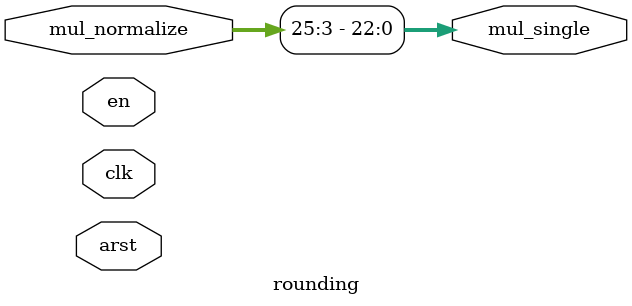
<source format=sv>
`timescale 1ns / 1ps

/*
	This module implements rounding using the GRS bits
*/

module rounding(
    input [25:0] mul_normalize, //mantissa from the normalize block
    input clk, arst, en,
    output [22:0] mul_single//mantissa with the format of the IEEE 754 standard
    );
    
    assign mul_single = mul_normalize[25:3];
    //uncomment if sync is needed. If it is only 1 clk add reg to mul_single, if more add buffers
    /*always@(posedge clk or posedge arst)begin
        if(arst) begin
            mul_single <= 0;
        end else if(en) begin
            mul_single <= mul_normalize[25:3];
        end
    end
    */
endmodule

</source>
